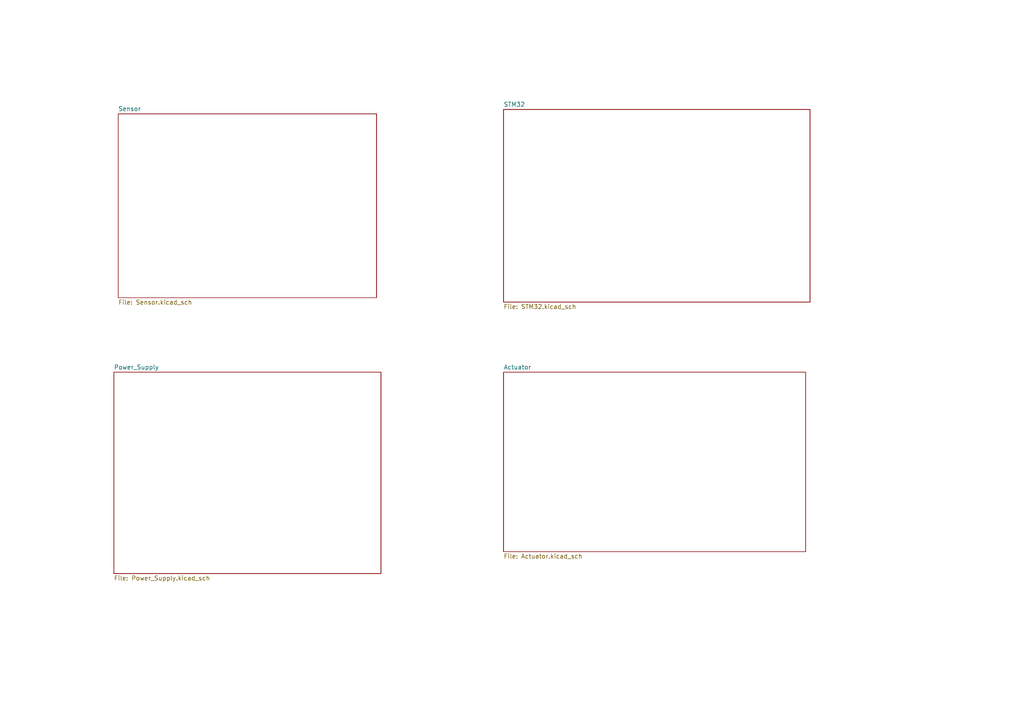
<source format=kicad_sch>
(kicad_sch (version 20211123) (generator eeschema)
  (paper "A4")
  (title_block (title "ESE_RuizHerbelinAsfary") (date "2022-09-30") (rev "0") (company "ENSEA"))
  (lib_symbols)
  (sheet (at 34.29 33.02) (size 74.93 53.34) (stroke (width 0.1524))
    (property "Sheet name" "Sensor" (at 34.29 32.3084 0) (effects (justify left bottom)))
    (property "Sheet file" "Sensor.kicad_sch" (at 34.29 86.9446 0) (effects (justify left top)))
  )
  (sheet (at 146.05 107.95) (size 87.63 52.07) (stroke (width 0.1524))
    (property "Sheet name" "Actuator" (at 146.05 107.2384 0) (effects (justify left bottom)))
    (property "Sheet file" "Actuator.kicad_sch" (at 146.05 160.6046 0) (effects (justify left top)))
  )
  (sheet (at 33.02 107.95) (size 77.47 58.42) (stroke (width 0.1524))
    (property "Sheet name" "Power_Supply" (at 33.02 107.2384 0) (effects (justify left bottom)))
    (property "Sheet file" "Power_Supply.kicad_sch" (at 33.02 166.9546 0) (effects (justify left top)))
  )
  (sheet (at 146.05 31.75) (size 88.9 55.88) (stroke (width 0.1524))
    (property "Sheet name" "STM32" (at 146.05 31.0384 0) (effects (justify left bottom)))
    (property "Sheet file" "STM32.kicad_sch" (at 146.05 88.2146 0) (effects (justify left top)))
  )
)
</source>
